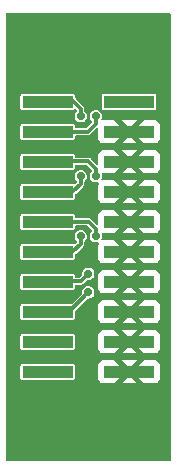
<source format=gbr>
%TF.GenerationSoftware,KiCad,Pcbnew,7.0.7-dirty*%
%TF.CreationDate,2023-09-27T11:30:23-05:00*%
%TF.ProjectId,BBB_JTAG_CTI20_SMT_ARM20_SMT,4242425f-4a54-4414-975f-43544932305f,rev?*%
%TF.SameCoordinates,Original*%
%TF.FileFunction,Copper,L1,Top*%
%TF.FilePolarity,Positive*%
%FSLAX46Y46*%
G04 Gerber Fmt 4.6, Leading zero omitted, Abs format (unit mm)*
G04 Created by KiCad (PCBNEW 7.0.7-dirty) date 2023-09-27 11:30:23*
%MOMM*%
%LPD*%
G01*
G04 APERTURE LIST*
%TA.AperFunction,SMDPad,CuDef*%
%ADD10R,4.300000X1.020000*%
%TD*%
%TA.AperFunction,ViaPad*%
%ADD11C,0.736600*%
%TD*%
%TA.AperFunction,Conductor*%
%ADD12C,0.304800*%
%TD*%
G04 APERTURE END LIST*
D10*
%TO.P,P2,20*%
%TO.N,GND*%
X151951100Y-116433600D03*
%TO.P,P2,18*%
X151951100Y-113893600D03*
%TO.P,P2,16*%
X151951100Y-111353600D03*
%TO.P,P2,14*%
X151951100Y-108813600D03*
%TO.P,P2,12*%
X151951100Y-106273600D03*
%TO.P,P2,10*%
X151951100Y-103733600D03*
%TO.P,P2,8*%
X151951100Y-101193600D03*
%TO.P,P2,6*%
X151951100Y-98653600D03*
%TO.P,P2,4*%
X151951100Y-96113600D03*
%TO.P,P2,2*%
%TO.N,N/C*%
X151951100Y-93573600D03*
%TO.P,P2,19*%
X145051100Y-116433600D03*
%TO.P,P2,17*%
X145051100Y-113893600D03*
%TO.P,P2,15*%
%TO.N,SRST_N*%
X145051100Y-111353600D03*
%TO.P,P2,13*%
%TO.N,TDO*%
X145051100Y-108813600D03*
%TO.P,P2,11*%
%TO.N,RTCK*%
X145051100Y-106273600D03*
%TO.P,P2,9*%
%TO.N,TCK*%
X145051100Y-103733600D03*
%TO.P,P2,7*%
%TO.N,TMS*%
X145051100Y-101193600D03*
%TO.P,P2,5*%
%TO.N,TDI*%
X145051100Y-98653600D03*
%TO.P,P2,3*%
%TO.N,TRST_N*%
X145051100Y-96113600D03*
%TO.P,P2,1*%
%TO.N,VDD*%
X145051100Y-93573600D03*
%TD*%
D11*
%TO.N,GND*%
X148486100Y-116383600D03*
X148486100Y-113843600D03*
X148486100Y-111303600D03*
%TO.N,TRST_N*%
X149121100Y-94793600D03*
%TO.N,SRST_N*%
X148486100Y-109716100D03*
%TO.N,TCK*%
X149121100Y-104953600D03*
%TO.N,RTCK*%
X147851100Y-104953600D03*
%TO.N,TDO*%
X148486100Y-108128600D03*
%TO.N,VDD*%
X147851100Y-94793600D03*
%TO.N,TDI*%
X149121100Y-99873600D03*
%TO.N,TMS*%
X147851100Y-99873600D03*
%TD*%
D12*
%TO.N,TRST_N*%
X149121100Y-95428600D02*
X149121100Y-94793600D01*
X148436100Y-96113600D02*
X149121100Y-95428600D01*
X145051100Y-96113600D02*
X148436100Y-96113600D01*
%TO.N,SRST_N*%
X146848600Y-111353600D02*
X148486100Y-109716100D01*
X145051100Y-111353600D02*
X146848600Y-111353600D01*
%TO.N,TCK*%
X149121100Y-104318600D02*
X149121100Y-104953600D01*
X148536100Y-103733600D02*
X149121100Y-104318600D01*
X145051100Y-103733600D02*
X148536100Y-103733600D01*
%TO.N,RTCK*%
X145101100Y-106223600D02*
X145051100Y-106273600D01*
X147216100Y-106223600D02*
X145101100Y-106223600D01*
X147851100Y-105588600D02*
X147216100Y-106223600D01*
X147851100Y-104953600D02*
X147851100Y-105588600D01*
%TO.N,TDO*%
X145101100Y-108763600D02*
X145051100Y-108813600D01*
X147851100Y-108763600D02*
X145101100Y-108763600D01*
X148486100Y-108128600D02*
X147851100Y-108763600D01*
%TO.N,VDD*%
X145101100Y-93523600D02*
X145051100Y-93573600D01*
X147216100Y-93523600D02*
X145101100Y-93523600D01*
X147851100Y-94158600D02*
X147216100Y-93523600D01*
X147851100Y-94793600D02*
X147851100Y-94158600D01*
%TO.N,TDI*%
X145101100Y-98603600D02*
X145051100Y-98653600D01*
X148486100Y-98603600D02*
X145101100Y-98603600D01*
X149121100Y-99238600D02*
X148486100Y-98603600D01*
X149121100Y-99873600D02*
X149121100Y-99238600D01*
%TO.N,TMS*%
X145101100Y-101143600D02*
X145051100Y-101193600D01*
X147216100Y-101143600D02*
X145101100Y-101143600D01*
X147851100Y-100508600D02*
X147216100Y-101143600D01*
X147851100Y-99873600D02*
X147851100Y-100508600D01*
%TD*%
%TA.AperFunction,Conductor*%
%TO.N,GND*%
G36*
X155434131Y-86048313D02*
G01*
X155470676Y-86098613D01*
X155475600Y-86129700D01*
X155475600Y-123877500D01*
X155456387Y-123936631D01*
X155406087Y-123973176D01*
X155375000Y-123978100D01*
X141627200Y-123978100D01*
X141568069Y-123958887D01*
X141531524Y-123908587D01*
X141526600Y-123877500D01*
X141526600Y-116958655D01*
X142748200Y-116958655D01*
X142757071Y-117003257D01*
X142757073Y-117003261D01*
X142790864Y-117053832D01*
X142790865Y-117053833D01*
X142790866Y-117053834D01*
X142841442Y-117087628D01*
X142886043Y-117096500D01*
X147216156Y-117096499D01*
X147260758Y-117087628D01*
X147311334Y-117053834D01*
X147345128Y-117003258D01*
X147346062Y-116998563D01*
X149344700Y-116998563D01*
X149347592Y-117029408D01*
X149393031Y-117159269D01*
X149474731Y-117269968D01*
X149585430Y-117351668D01*
X149715292Y-117397107D01*
X149715291Y-117397107D01*
X149746137Y-117400000D01*
X150661977Y-117400000D01*
X151307424Y-117400000D01*
X152594776Y-117400000D01*
X151951100Y-116756324D01*
X151307424Y-117400000D01*
X150661977Y-117400000D01*
X151628376Y-116433599D01*
X152273823Y-116433599D01*
X153240223Y-117400000D01*
X154156063Y-117400000D01*
X154186908Y-117397107D01*
X154316769Y-117351668D01*
X154427468Y-117269968D01*
X154509168Y-117159269D01*
X154554607Y-117029408D01*
X154557500Y-116998563D01*
X154557500Y-115868636D01*
X154554607Y-115837791D01*
X154509168Y-115707930D01*
X154427468Y-115597231D01*
X154316769Y-115515531D01*
X154186907Y-115470092D01*
X154186908Y-115470092D01*
X154156063Y-115467200D01*
X153240223Y-115467200D01*
X152273823Y-116433599D01*
X151628376Y-116433599D01*
X151628376Y-116433598D01*
X150661977Y-115467200D01*
X151307424Y-115467200D01*
X151951100Y-116110876D01*
X152594776Y-115467200D01*
X151307424Y-115467200D01*
X150661977Y-115467200D01*
X149746137Y-115467200D01*
X149715291Y-115470092D01*
X149585430Y-115515531D01*
X149474731Y-115597231D01*
X149393031Y-115707930D01*
X149347592Y-115837791D01*
X149344700Y-115868636D01*
X149344700Y-116998563D01*
X147346062Y-116998563D01*
X147354000Y-116958657D01*
X147353999Y-115908544D01*
X147345128Y-115863942D01*
X147345126Y-115863938D01*
X147311335Y-115813367D01*
X147311333Y-115813365D01*
X147260757Y-115779571D01*
X147225027Y-115772464D01*
X147216157Y-115770700D01*
X147216156Y-115770700D01*
X142886044Y-115770700D01*
X142841442Y-115779571D01*
X142841438Y-115779573D01*
X142790867Y-115813364D01*
X142790865Y-115813366D01*
X142757071Y-115863942D01*
X142748200Y-115908543D01*
X142748200Y-116958655D01*
X141526600Y-116958655D01*
X141526600Y-114418655D01*
X142748200Y-114418655D01*
X142757071Y-114463257D01*
X142757073Y-114463261D01*
X142790864Y-114513832D01*
X142790865Y-114513833D01*
X142790866Y-114513834D01*
X142841442Y-114547628D01*
X142886043Y-114556500D01*
X147216156Y-114556499D01*
X147260758Y-114547628D01*
X147311334Y-114513834D01*
X147345128Y-114463258D01*
X147346062Y-114458563D01*
X149344700Y-114458563D01*
X149347592Y-114489408D01*
X149393031Y-114619269D01*
X149474731Y-114729968D01*
X149585430Y-114811668D01*
X149715292Y-114857107D01*
X149715291Y-114857107D01*
X149746137Y-114860000D01*
X150661977Y-114860000D01*
X151307424Y-114860000D01*
X152594776Y-114860000D01*
X151951100Y-114216324D01*
X151307424Y-114860000D01*
X150661977Y-114860000D01*
X151628376Y-113893599D01*
X152273823Y-113893599D01*
X153240223Y-114860000D01*
X154156063Y-114860000D01*
X154186908Y-114857107D01*
X154316769Y-114811668D01*
X154427468Y-114729968D01*
X154509168Y-114619269D01*
X154554607Y-114489408D01*
X154557500Y-114458563D01*
X154557500Y-113328636D01*
X154554607Y-113297791D01*
X154509168Y-113167930D01*
X154427468Y-113057231D01*
X154316769Y-112975531D01*
X154186907Y-112930092D01*
X154186908Y-112930092D01*
X154156063Y-112927200D01*
X153240223Y-112927200D01*
X152273823Y-113893599D01*
X151628376Y-113893599D01*
X151628376Y-113893598D01*
X150661977Y-112927200D01*
X151307424Y-112927200D01*
X151951100Y-113570876D01*
X152594776Y-112927200D01*
X151307424Y-112927200D01*
X150661977Y-112927200D01*
X149746137Y-112927200D01*
X149715291Y-112930092D01*
X149585430Y-112975531D01*
X149474731Y-113057231D01*
X149393031Y-113167930D01*
X149347592Y-113297791D01*
X149344700Y-113328636D01*
X149344700Y-114458563D01*
X147346062Y-114458563D01*
X147354000Y-114418657D01*
X147353999Y-113368544D01*
X147345128Y-113323942D01*
X147345126Y-113323938D01*
X147311335Y-113273367D01*
X147311333Y-113273365D01*
X147260757Y-113239571D01*
X147225027Y-113232464D01*
X147216157Y-113230700D01*
X147216156Y-113230700D01*
X142886044Y-113230700D01*
X142841442Y-113239571D01*
X142841438Y-113239573D01*
X142790867Y-113273364D01*
X142790865Y-113273366D01*
X142757071Y-113323942D01*
X142748200Y-113368543D01*
X142748200Y-114418655D01*
X141526600Y-114418655D01*
X141526600Y-111878655D01*
X142748200Y-111878655D01*
X142757071Y-111923257D01*
X142757073Y-111923261D01*
X142790864Y-111973832D01*
X142790865Y-111973833D01*
X142790866Y-111973834D01*
X142841442Y-112007628D01*
X142886043Y-112016500D01*
X147216156Y-112016499D01*
X147260758Y-112007628D01*
X147311334Y-111973834D01*
X147345128Y-111923258D01*
X147346062Y-111918563D01*
X149344700Y-111918563D01*
X149347592Y-111949408D01*
X149393031Y-112079269D01*
X149474731Y-112189968D01*
X149585430Y-112271668D01*
X149715292Y-112317107D01*
X149715291Y-112317107D01*
X149746137Y-112320000D01*
X150661977Y-112320000D01*
X151307424Y-112320000D01*
X152594776Y-112320000D01*
X151951100Y-111676324D01*
X151307424Y-112320000D01*
X150661977Y-112320000D01*
X151628376Y-111353599D01*
X152273823Y-111353599D01*
X153240223Y-112320000D01*
X154156063Y-112320000D01*
X154186908Y-112317107D01*
X154316769Y-112271668D01*
X154427468Y-112189968D01*
X154509168Y-112079269D01*
X154554607Y-111949408D01*
X154557500Y-111918563D01*
X154557500Y-110788636D01*
X154554607Y-110757791D01*
X154509168Y-110627930D01*
X154427468Y-110517231D01*
X154316769Y-110435531D01*
X154186907Y-110390092D01*
X154186908Y-110390092D01*
X154156063Y-110387200D01*
X153240223Y-110387200D01*
X152273823Y-111353599D01*
X151628376Y-111353599D01*
X151628376Y-111353598D01*
X150661977Y-110387200D01*
X151307424Y-110387200D01*
X151951100Y-111030876D01*
X152594776Y-110387200D01*
X151307424Y-110387200D01*
X150661977Y-110387200D01*
X149746137Y-110387200D01*
X149715291Y-110390092D01*
X149585430Y-110435531D01*
X149474731Y-110517231D01*
X149393031Y-110627930D01*
X149347592Y-110757791D01*
X149344700Y-110788636D01*
X149344700Y-111918563D01*
X147346062Y-111918563D01*
X147354000Y-111878657D01*
X147353999Y-111321627D01*
X147373212Y-111262497D01*
X147383458Y-111250499D01*
X148368011Y-110265946D01*
X148423407Y-110237722D01*
X148452276Y-110237344D01*
X148486098Y-110241797D01*
X148486100Y-110241797D01*
X148486103Y-110241797D01*
X148588144Y-110228362D01*
X148622160Y-110223884D01*
X148748949Y-110171367D01*
X148857824Y-110087824D01*
X148941367Y-109978949D01*
X148993884Y-109852160D01*
X149007344Y-109749923D01*
X149011797Y-109716102D01*
X149011797Y-109716097D01*
X148993884Y-109580040D01*
X148941369Y-109453256D01*
X148941368Y-109453254D01*
X148941367Y-109453253D01*
X148941367Y-109453252D01*
X148884056Y-109378563D01*
X149344700Y-109378563D01*
X149347592Y-109409408D01*
X149393031Y-109539269D01*
X149474731Y-109649968D01*
X149585430Y-109731668D01*
X149715292Y-109777107D01*
X149715291Y-109777107D01*
X149746137Y-109780000D01*
X150661977Y-109780000D01*
X151307424Y-109780000D01*
X152594776Y-109780000D01*
X151951100Y-109136324D01*
X151307424Y-109780000D01*
X150661977Y-109780000D01*
X151628376Y-108813599D01*
X152273823Y-108813599D01*
X153240223Y-109780000D01*
X154156063Y-109780000D01*
X154186908Y-109777107D01*
X154316769Y-109731668D01*
X154427468Y-109649968D01*
X154509168Y-109539269D01*
X154554607Y-109409408D01*
X154557500Y-109378563D01*
X154557500Y-108248636D01*
X154554607Y-108217791D01*
X154509168Y-108087930D01*
X154427468Y-107977231D01*
X154316769Y-107895531D01*
X154186907Y-107850092D01*
X154186908Y-107850092D01*
X154156063Y-107847200D01*
X153240223Y-107847200D01*
X152273823Y-108813599D01*
X151628376Y-108813599D01*
X151628376Y-108813598D01*
X150661977Y-107847200D01*
X151307424Y-107847200D01*
X151951100Y-108490876D01*
X152594776Y-107847200D01*
X151307424Y-107847200D01*
X150661977Y-107847200D01*
X149746137Y-107847200D01*
X149715291Y-107850092D01*
X149585430Y-107895531D01*
X149474731Y-107977231D01*
X149393031Y-108087930D01*
X149347592Y-108217791D01*
X149344700Y-108248636D01*
X149344700Y-109378563D01*
X148884056Y-109378563D01*
X148857824Y-109344376D01*
X148857823Y-109344375D01*
X148857821Y-109344373D01*
X148748951Y-109260834D01*
X148748947Y-109260832D01*
X148622159Y-109208315D01*
X148486103Y-109190403D01*
X148486097Y-109190403D01*
X148350040Y-109208315D01*
X148223256Y-109260830D01*
X148223249Y-109260834D01*
X148114379Y-109344373D01*
X148114373Y-109344379D01*
X148030834Y-109453249D01*
X148030830Y-109453256D01*
X147978315Y-109580040D01*
X147960403Y-109716096D01*
X147960403Y-109716097D01*
X147960403Y-109716100D01*
X147962453Y-109731668D01*
X147964856Y-109749923D01*
X147953524Y-109811056D01*
X147936251Y-109834188D01*
X147109204Y-110661235D01*
X147053806Y-110689461D01*
X147038069Y-110690700D01*
X142886044Y-110690700D01*
X142841442Y-110699571D01*
X142841438Y-110699573D01*
X142790867Y-110733364D01*
X142790865Y-110733366D01*
X142757071Y-110783942D01*
X142748200Y-110828543D01*
X142748200Y-111878655D01*
X141526600Y-111878655D01*
X141526600Y-109338655D01*
X142748200Y-109338655D01*
X142757071Y-109383257D01*
X142757073Y-109383261D01*
X142790864Y-109433832D01*
X142790865Y-109433833D01*
X142790866Y-109433834D01*
X142841442Y-109467628D01*
X142886043Y-109476500D01*
X147216156Y-109476499D01*
X147260758Y-109467628D01*
X147311334Y-109433834D01*
X147345128Y-109383258D01*
X147354000Y-109338657D01*
X147354000Y-109169500D01*
X147373213Y-109110369D01*
X147423513Y-109073824D01*
X147454600Y-109068900D01*
X147784889Y-109068900D01*
X147798785Y-109071167D01*
X147798959Y-109069922D01*
X147808185Y-109071208D01*
X147808190Y-109071210D01*
X147837638Y-109069848D01*
X147856996Y-109068954D01*
X147859319Y-109068900D01*
X147879384Y-109068900D01*
X147879389Y-109068900D01*
X147882937Y-109068236D01*
X147889848Y-109067434D01*
X147922209Y-109065938D01*
X147931335Y-109061908D01*
X147953487Y-109055048D01*
X147963297Y-109053215D01*
X147990835Y-109036162D01*
X147996994Y-109032915D01*
X148026625Y-109019834D01*
X148033679Y-109012778D01*
X148051859Y-108998378D01*
X148060342Y-108993127D01*
X148079864Y-108967273D01*
X148084434Y-108962024D01*
X148084433Y-108962024D01*
X148368011Y-108678446D01*
X148423407Y-108650222D01*
X148452276Y-108649844D01*
X148486098Y-108654297D01*
X148486100Y-108654297D01*
X148486103Y-108654297D01*
X148588145Y-108640862D01*
X148622160Y-108636384D01*
X148748949Y-108583867D01*
X148857824Y-108500324D01*
X148941367Y-108391449D01*
X148993884Y-108264660D01*
X149003270Y-108193365D01*
X149011797Y-108128602D01*
X149011797Y-108128597D01*
X148993884Y-107992540D01*
X148941369Y-107865756D01*
X148941368Y-107865754D01*
X148941367Y-107865753D01*
X148941367Y-107865752D01*
X148857824Y-107756876D01*
X148857823Y-107756875D01*
X148857821Y-107756873D01*
X148748951Y-107673334D01*
X148748947Y-107673332D01*
X148622159Y-107620815D01*
X148486103Y-107602903D01*
X148486097Y-107602903D01*
X148350040Y-107620815D01*
X148223256Y-107673330D01*
X148223249Y-107673334D01*
X148114379Y-107756873D01*
X148114373Y-107756879D01*
X148030834Y-107865749D01*
X148030830Y-107865756D01*
X147978315Y-107992540D01*
X147960403Y-108128597D01*
X147960403Y-108128603D01*
X147964855Y-108162422D01*
X147953525Y-108223555D01*
X147936252Y-108246686D01*
X147754107Y-108428834D01*
X147698709Y-108457061D01*
X147682971Y-108458300D01*
X147454599Y-108458300D01*
X147395468Y-108439087D01*
X147358923Y-108388787D01*
X147353999Y-108357700D01*
X147353999Y-108288544D01*
X147345128Y-108243942D01*
X147345126Y-108243938D01*
X147311335Y-108193367D01*
X147311333Y-108193365D01*
X147260757Y-108159571D01*
X147225027Y-108152464D01*
X147216157Y-108150700D01*
X147216156Y-108150700D01*
X142886044Y-108150700D01*
X142841442Y-108159571D01*
X142841438Y-108159573D01*
X142790867Y-108193364D01*
X142790865Y-108193366D01*
X142757071Y-108243942D01*
X142748200Y-108288543D01*
X142748200Y-109338655D01*
X141526600Y-109338655D01*
X141526600Y-106798655D01*
X142748200Y-106798655D01*
X142757071Y-106843257D01*
X142757073Y-106843261D01*
X142790864Y-106893832D01*
X142790865Y-106893833D01*
X142790866Y-106893834D01*
X142841442Y-106927628D01*
X142886043Y-106936500D01*
X147216156Y-106936499D01*
X147260758Y-106927628D01*
X147311334Y-106893834D01*
X147345128Y-106843258D01*
X147354000Y-106798657D01*
X147353999Y-106558634D01*
X147373212Y-106499504D01*
X147385833Y-106487233D01*
X147385030Y-106486430D01*
X147392037Y-106479421D01*
X147398679Y-106472778D01*
X147416859Y-106458378D01*
X147425342Y-106453127D01*
X147444864Y-106427273D01*
X147449434Y-106422024D01*
X147597860Y-106273598D01*
X148020159Y-105851298D01*
X148031599Y-105843095D01*
X148030829Y-105842075D01*
X148038269Y-105836456D01*
X148038269Y-105836455D01*
X148038271Y-105836455D01*
X148071207Y-105800324D01*
X148072768Y-105798689D01*
X148086983Y-105784476D01*
X148089020Y-105781500D01*
X148093345Y-105776041D01*
X148115165Y-105752106D01*
X148115164Y-105752106D01*
X148115167Y-105752104D01*
X148118772Y-105742796D01*
X148129584Y-105722285D01*
X148135224Y-105714053D01*
X148142640Y-105682520D01*
X148144696Y-105675879D01*
X148156400Y-105645670D01*
X148156400Y-105635690D01*
X148159072Y-105612657D01*
X148159532Y-105610700D01*
X148161357Y-105602943D01*
X148156882Y-105570868D01*
X148156400Y-105563913D01*
X148156400Y-105425903D01*
X148175613Y-105366772D01*
X148195756Y-105346093D01*
X148222824Y-105325324D01*
X148306367Y-105216449D01*
X148358884Y-105089660D01*
X148376797Y-104953600D01*
X148358884Y-104817540D01*
X148331461Y-104751334D01*
X148306369Y-104690756D01*
X148306368Y-104690754D01*
X148306367Y-104690753D01*
X148306367Y-104690752D01*
X148222824Y-104581876D01*
X148222823Y-104581875D01*
X148222821Y-104581873D01*
X148113951Y-104498334D01*
X148113947Y-104498332D01*
X147987159Y-104445815D01*
X147851103Y-104427903D01*
X147851097Y-104427903D01*
X147715040Y-104445815D01*
X147588256Y-104498330D01*
X147588249Y-104498334D01*
X147479379Y-104581873D01*
X147479373Y-104581879D01*
X147395834Y-104690749D01*
X147395830Y-104690756D01*
X147343315Y-104817540D01*
X147325403Y-104953597D01*
X147325403Y-104953602D01*
X147343315Y-105089659D01*
X147395832Y-105216447D01*
X147395834Y-105216451D01*
X147479373Y-105325321D01*
X147479375Y-105325323D01*
X147503367Y-105343733D01*
X147538582Y-105394972D01*
X147536955Y-105457125D01*
X147513260Y-105494679D01*
X147395632Y-105612306D01*
X147340234Y-105640533D01*
X147278825Y-105630806D01*
X147268612Y-105624820D01*
X147260758Y-105619572D01*
X147260757Y-105619571D01*
X147260756Y-105619571D01*
X147225995Y-105612657D01*
X147216157Y-105610700D01*
X147216156Y-105610700D01*
X142886044Y-105610700D01*
X142841442Y-105619571D01*
X142841438Y-105619573D01*
X142790867Y-105653364D01*
X142790865Y-105653366D01*
X142757071Y-105703942D01*
X142748200Y-105748543D01*
X142748200Y-106798655D01*
X141526600Y-106798655D01*
X141526600Y-104258655D01*
X142748200Y-104258655D01*
X142757071Y-104303257D01*
X142757073Y-104303261D01*
X142790864Y-104353832D01*
X142790865Y-104353833D01*
X142790866Y-104353834D01*
X142841442Y-104387628D01*
X142886043Y-104396500D01*
X147216156Y-104396499D01*
X147260758Y-104387628D01*
X147311334Y-104353834D01*
X147345128Y-104303258D01*
X147354000Y-104258657D01*
X147354000Y-104139499D01*
X147373213Y-104080369D01*
X147423513Y-104043824D01*
X147454600Y-104038900D01*
X148367971Y-104038900D01*
X148427102Y-104058113D01*
X148439106Y-104068365D01*
X148783261Y-104412520D01*
X148811487Y-104467918D01*
X148801761Y-104529326D01*
X148773368Y-104563466D01*
X148749376Y-104581875D01*
X148665831Y-104690754D01*
X148665830Y-104690756D01*
X148613315Y-104817540D01*
X148595403Y-104953597D01*
X148595403Y-104953602D01*
X148613315Y-105089659D01*
X148665832Y-105216447D01*
X148665834Y-105216451D01*
X148749373Y-105325321D01*
X148749378Y-105325326D01*
X148858248Y-105408865D01*
X148858251Y-105408867D01*
X148926729Y-105437231D01*
X148985040Y-105461384D01*
X149121097Y-105479297D01*
X149121100Y-105479297D01*
X149121103Y-105479297D01*
X149263697Y-105460524D01*
X149263878Y-105461903D01*
X149318723Y-105464770D01*
X149367046Y-105503890D01*
X149383147Y-105563944D01*
X149377639Y-105591917D01*
X149347593Y-105677788D01*
X149347592Y-105677791D01*
X149344700Y-105708636D01*
X149344700Y-106838563D01*
X149347592Y-106869408D01*
X149393031Y-106999269D01*
X149474731Y-107109968D01*
X149585430Y-107191668D01*
X149715292Y-107237107D01*
X149715291Y-107237107D01*
X149746137Y-107240000D01*
X150661977Y-107240000D01*
X151307424Y-107240000D01*
X152594776Y-107240000D01*
X151951100Y-106596324D01*
X151307424Y-107240000D01*
X150661977Y-107240000D01*
X151628376Y-106273599D01*
X152273823Y-106273599D01*
X153240223Y-107240000D01*
X154156063Y-107240000D01*
X154186908Y-107237107D01*
X154316769Y-107191668D01*
X154427468Y-107109968D01*
X154509168Y-106999269D01*
X154554607Y-106869408D01*
X154557500Y-106838563D01*
X154557500Y-105708636D01*
X154554607Y-105677791D01*
X154509168Y-105547930D01*
X154427468Y-105437231D01*
X154316769Y-105355531D01*
X154186907Y-105310092D01*
X154186908Y-105310092D01*
X154156063Y-105307200D01*
X153240223Y-105307200D01*
X152273823Y-106273599D01*
X151628376Y-106273599D01*
X151628376Y-106273598D01*
X150661977Y-105307200D01*
X151307424Y-105307200D01*
X151951100Y-105950876D01*
X152594776Y-105307200D01*
X151307424Y-105307200D01*
X150661977Y-105307200D01*
X149746137Y-105307200D01*
X149715291Y-105310092D01*
X149709316Y-105311398D01*
X149708751Y-105308815D01*
X149657472Y-105309952D01*
X149606375Y-105274531D01*
X149585856Y-105215840D01*
X149593489Y-105175112D01*
X149628884Y-105089659D01*
X149646797Y-104953602D01*
X149646797Y-104953598D01*
X149628216Y-104812468D01*
X149639546Y-104751334D01*
X149684645Y-104708536D01*
X149737355Y-104699176D01*
X149746135Y-104700000D01*
X150661977Y-104700000D01*
X151307424Y-104700000D01*
X152594776Y-104700000D01*
X151951100Y-104056324D01*
X151307424Y-104700000D01*
X150661977Y-104700000D01*
X151628375Y-103733600D01*
X152273823Y-103733600D01*
X153240223Y-104700000D01*
X154156063Y-104700000D01*
X154186908Y-104697107D01*
X154316769Y-104651668D01*
X154427468Y-104569968D01*
X154509168Y-104459269D01*
X154554607Y-104329408D01*
X154557500Y-104298563D01*
X154557500Y-103168636D01*
X154554607Y-103137791D01*
X154509168Y-103007930D01*
X154427468Y-102897231D01*
X154316769Y-102815531D01*
X154186907Y-102770092D01*
X154186908Y-102770092D01*
X154156063Y-102767200D01*
X153240223Y-102767200D01*
X152273823Y-103733600D01*
X151628375Y-103733600D01*
X151628376Y-103733599D01*
X150661977Y-102767200D01*
X151307424Y-102767200D01*
X151951100Y-103410876D01*
X152594776Y-102767200D01*
X151307424Y-102767200D01*
X150661977Y-102767200D01*
X149746137Y-102767200D01*
X149715291Y-102770092D01*
X149585430Y-102815531D01*
X149474731Y-102897231D01*
X149393031Y-103007930D01*
X149347592Y-103137791D01*
X149344700Y-103168636D01*
X149344700Y-103867570D01*
X149325487Y-103926701D01*
X149275187Y-103963246D01*
X149213013Y-103963246D01*
X149172965Y-103938705D01*
X148798799Y-103564540D01*
X148790580Y-103553107D01*
X148789573Y-103553869D01*
X148783953Y-103546427D01*
X148747850Y-103513515D01*
X148746169Y-103511910D01*
X148731975Y-103497716D01*
X148729001Y-103495679D01*
X148723542Y-103491355D01*
X148699604Y-103469533D01*
X148699602Y-103469532D01*
X148690297Y-103465927D01*
X148669787Y-103455116D01*
X148661553Y-103449476D01*
X148630028Y-103442061D01*
X148623366Y-103439998D01*
X148619210Y-103438388D01*
X148593170Y-103428300D01*
X148593169Y-103428300D01*
X148583191Y-103428300D01*
X148560159Y-103425628D01*
X148550444Y-103423343D01*
X148550443Y-103423343D01*
X148538292Y-103425038D01*
X148518370Y-103427817D01*
X148511416Y-103428300D01*
X147454599Y-103428300D01*
X147395468Y-103409087D01*
X147358923Y-103358787D01*
X147353999Y-103327700D01*
X147353999Y-103208544D01*
X147345128Y-103163942D01*
X147345126Y-103163938D01*
X147311335Y-103113367D01*
X147311333Y-103113365D01*
X147260757Y-103079571D01*
X147225027Y-103072464D01*
X147216157Y-103070700D01*
X147216156Y-103070700D01*
X142886044Y-103070700D01*
X142841442Y-103079571D01*
X142841438Y-103079573D01*
X142790867Y-103113364D01*
X142790865Y-103113366D01*
X142757071Y-103163942D01*
X142748200Y-103208543D01*
X142748200Y-104258655D01*
X141526600Y-104258655D01*
X141526600Y-101718655D01*
X142748200Y-101718655D01*
X142757071Y-101763257D01*
X142757073Y-101763261D01*
X142790864Y-101813832D01*
X142790865Y-101813833D01*
X142790866Y-101813834D01*
X142841442Y-101847628D01*
X142886043Y-101856500D01*
X147216156Y-101856499D01*
X147260758Y-101847628D01*
X147311334Y-101813834D01*
X147345128Y-101763258D01*
X147354000Y-101718657D01*
X147353999Y-101478634D01*
X147373212Y-101419504D01*
X147385833Y-101407233D01*
X147385030Y-101406430D01*
X147392037Y-101399421D01*
X147398679Y-101392778D01*
X147416859Y-101378378D01*
X147425342Y-101373127D01*
X147444864Y-101347273D01*
X147449434Y-101342024D01*
X147597860Y-101193598D01*
X148020159Y-100771298D01*
X148031599Y-100763095D01*
X148030829Y-100762075D01*
X148038269Y-100756456D01*
X148038269Y-100756455D01*
X148038271Y-100756455D01*
X148071207Y-100720324D01*
X148072768Y-100718689D01*
X148086983Y-100704476D01*
X148089020Y-100701500D01*
X148093345Y-100696041D01*
X148115165Y-100672106D01*
X148115164Y-100672106D01*
X148115167Y-100672104D01*
X148118772Y-100662796D01*
X148129584Y-100642285D01*
X148135224Y-100634053D01*
X148142640Y-100602520D01*
X148144696Y-100595879D01*
X148156400Y-100565670D01*
X148156400Y-100555690D01*
X148159072Y-100532657D01*
X148159532Y-100530700D01*
X148161357Y-100522943D01*
X148156882Y-100490868D01*
X148156400Y-100483913D01*
X148156400Y-100345903D01*
X148175613Y-100286772D01*
X148195756Y-100266093D01*
X148222824Y-100245324D01*
X148306367Y-100136449D01*
X148358884Y-100009660D01*
X148376797Y-99873600D01*
X148358884Y-99737540D01*
X148331461Y-99671334D01*
X148306369Y-99610756D01*
X148306368Y-99610754D01*
X148306367Y-99610753D01*
X148306367Y-99610752D01*
X148222824Y-99501876D01*
X148222823Y-99501875D01*
X148222821Y-99501873D01*
X148113951Y-99418334D01*
X148113947Y-99418332D01*
X147987159Y-99365815D01*
X147851103Y-99347903D01*
X147851097Y-99347903D01*
X147715040Y-99365815D01*
X147588256Y-99418330D01*
X147588249Y-99418334D01*
X147479379Y-99501873D01*
X147479373Y-99501879D01*
X147395834Y-99610749D01*
X147395830Y-99610756D01*
X147343315Y-99737540D01*
X147325403Y-99873597D01*
X147325403Y-99873602D01*
X147343315Y-100009659D01*
X147395832Y-100136447D01*
X147395834Y-100136451D01*
X147479373Y-100245321D01*
X147479375Y-100245323D01*
X147503367Y-100263733D01*
X147538582Y-100314972D01*
X147536955Y-100377125D01*
X147513260Y-100414679D01*
X147395632Y-100532306D01*
X147340234Y-100560533D01*
X147278825Y-100550806D01*
X147268612Y-100544820D01*
X147260758Y-100539572D01*
X147260757Y-100539571D01*
X147260756Y-100539571D01*
X147225995Y-100532657D01*
X147216157Y-100530700D01*
X147216156Y-100530700D01*
X142886044Y-100530700D01*
X142841442Y-100539571D01*
X142841438Y-100539573D01*
X142790867Y-100573364D01*
X142790865Y-100573366D01*
X142757071Y-100623942D01*
X142748200Y-100668543D01*
X142748200Y-101718655D01*
X141526600Y-101718655D01*
X141526600Y-99178655D01*
X142748200Y-99178655D01*
X142757071Y-99223257D01*
X142757073Y-99223261D01*
X142790864Y-99273832D01*
X142790865Y-99273833D01*
X142790866Y-99273834D01*
X142841442Y-99307628D01*
X142886043Y-99316500D01*
X147216156Y-99316499D01*
X147260758Y-99307628D01*
X147311334Y-99273834D01*
X147345128Y-99223258D01*
X147354000Y-99178657D01*
X147354000Y-99009499D01*
X147373213Y-98950369D01*
X147423513Y-98913824D01*
X147454600Y-98908900D01*
X148317971Y-98908900D01*
X148377102Y-98928113D01*
X148389106Y-98938365D01*
X148783261Y-99332520D01*
X148811487Y-99387918D01*
X148801761Y-99449326D01*
X148773368Y-99483466D01*
X148749376Y-99501875D01*
X148665831Y-99610754D01*
X148665830Y-99610756D01*
X148613315Y-99737540D01*
X148595403Y-99873597D01*
X148595403Y-99873602D01*
X148613315Y-100009659D01*
X148665832Y-100136447D01*
X148665834Y-100136451D01*
X148749373Y-100245321D01*
X148749378Y-100245326D01*
X148858248Y-100328865D01*
X148858251Y-100328867D01*
X148926729Y-100357231D01*
X148985040Y-100381384D01*
X149121097Y-100399297D01*
X149121100Y-100399297D01*
X149121103Y-100399297D01*
X149263697Y-100380524D01*
X149263878Y-100381903D01*
X149318723Y-100384770D01*
X149367046Y-100423890D01*
X149383147Y-100483944D01*
X149377639Y-100511917D01*
X149347593Y-100597788D01*
X149347592Y-100597791D01*
X149344700Y-100628636D01*
X149344700Y-101758563D01*
X149347592Y-101789408D01*
X149393031Y-101919269D01*
X149474731Y-102029968D01*
X149585430Y-102111668D01*
X149715292Y-102157107D01*
X149715291Y-102157107D01*
X149746137Y-102160000D01*
X150661977Y-102160000D01*
X151307424Y-102160000D01*
X152594776Y-102160000D01*
X151951100Y-101516324D01*
X151307424Y-102160000D01*
X150661977Y-102160000D01*
X151628375Y-101193600D01*
X152273823Y-101193600D01*
X153240223Y-102160000D01*
X154156063Y-102160000D01*
X154186908Y-102157107D01*
X154316769Y-102111668D01*
X154427468Y-102029968D01*
X154509168Y-101919269D01*
X154554607Y-101789408D01*
X154557500Y-101758563D01*
X154557500Y-100628636D01*
X154554607Y-100597791D01*
X154509168Y-100467930D01*
X154427468Y-100357231D01*
X154316769Y-100275531D01*
X154186907Y-100230092D01*
X154186908Y-100230092D01*
X154156063Y-100227200D01*
X153240223Y-100227200D01*
X152273823Y-101193600D01*
X151628375Y-101193600D01*
X151628376Y-101193599D01*
X151628376Y-101193598D01*
X150661977Y-100227200D01*
X151307424Y-100227200D01*
X151951100Y-100870876D01*
X152594776Y-100227200D01*
X151307424Y-100227200D01*
X150661977Y-100227200D01*
X149746137Y-100227200D01*
X149715291Y-100230092D01*
X149709316Y-100231398D01*
X149708751Y-100228815D01*
X149657472Y-100229952D01*
X149606375Y-100194531D01*
X149585856Y-100135840D01*
X149593489Y-100095112D01*
X149628884Y-100009659D01*
X149646797Y-99873602D01*
X149646797Y-99873598D01*
X149628216Y-99732468D01*
X149639546Y-99671334D01*
X149684645Y-99628536D01*
X149737355Y-99619176D01*
X149746135Y-99620000D01*
X150661977Y-99620000D01*
X151307424Y-99620000D01*
X152594776Y-99620000D01*
X151951100Y-98976324D01*
X151307424Y-99620000D01*
X150661977Y-99620000D01*
X151628376Y-98653600D01*
X151628376Y-98653599D01*
X152273823Y-98653599D01*
X153240223Y-99620000D01*
X154156063Y-99620000D01*
X154186908Y-99617107D01*
X154316769Y-99571668D01*
X154427468Y-99489968D01*
X154509168Y-99379269D01*
X154554607Y-99249408D01*
X154557500Y-99218563D01*
X154557500Y-98088636D01*
X154554607Y-98057791D01*
X154509168Y-97927930D01*
X154427468Y-97817231D01*
X154316769Y-97735531D01*
X154186907Y-97690092D01*
X154186908Y-97690092D01*
X154156063Y-97687200D01*
X153240223Y-97687200D01*
X152273823Y-98653599D01*
X151628376Y-98653599D01*
X150661977Y-97687200D01*
X151307424Y-97687200D01*
X151951100Y-98330876D01*
X152594776Y-97687200D01*
X151307424Y-97687200D01*
X150661977Y-97687200D01*
X149746137Y-97687200D01*
X149715291Y-97690092D01*
X149585430Y-97735531D01*
X149474731Y-97817231D01*
X149393031Y-97927930D01*
X149347592Y-98057791D01*
X149344700Y-98088636D01*
X149344700Y-98787570D01*
X149325487Y-98846701D01*
X149275187Y-98883246D01*
X149213013Y-98883246D01*
X149172965Y-98858705D01*
X148748799Y-98434540D01*
X148740580Y-98423107D01*
X148739573Y-98423869D01*
X148733953Y-98416427D01*
X148697851Y-98383516D01*
X148696170Y-98381911D01*
X148681975Y-98367716D01*
X148679001Y-98365679D01*
X148673542Y-98361355D01*
X148649604Y-98339533D01*
X148649602Y-98339532D01*
X148640297Y-98335927D01*
X148619787Y-98325116D01*
X148611553Y-98319476D01*
X148580028Y-98312061D01*
X148573366Y-98309998D01*
X148569210Y-98308388D01*
X148543170Y-98298300D01*
X148543169Y-98298300D01*
X148533191Y-98298300D01*
X148510159Y-98295628D01*
X148500444Y-98293343D01*
X148500443Y-98293343D01*
X148488292Y-98295038D01*
X148468370Y-98297817D01*
X148461416Y-98298300D01*
X147454599Y-98298300D01*
X147395468Y-98279087D01*
X147358923Y-98228787D01*
X147353999Y-98197700D01*
X147353999Y-98128544D01*
X147345128Y-98083942D01*
X147345126Y-98083938D01*
X147311335Y-98033367D01*
X147311333Y-98033365D01*
X147260757Y-97999571D01*
X147225027Y-97992464D01*
X147216157Y-97990700D01*
X147216156Y-97990700D01*
X142886044Y-97990700D01*
X142841442Y-97999571D01*
X142841438Y-97999573D01*
X142790867Y-98033364D01*
X142790865Y-98033366D01*
X142757071Y-98083942D01*
X142748200Y-98128543D01*
X142748200Y-99178655D01*
X141526600Y-99178655D01*
X141526600Y-96638655D01*
X142748200Y-96638655D01*
X142757071Y-96683257D01*
X142757073Y-96683261D01*
X142790864Y-96733832D01*
X142790865Y-96733833D01*
X142790866Y-96733834D01*
X142841442Y-96767628D01*
X142886043Y-96776500D01*
X147216156Y-96776499D01*
X147260758Y-96767628D01*
X147311334Y-96733834D01*
X147345128Y-96683258D01*
X147354000Y-96638657D01*
X147354000Y-96519500D01*
X147373213Y-96460369D01*
X147423513Y-96423824D01*
X147454600Y-96418900D01*
X148369889Y-96418900D01*
X148383785Y-96421167D01*
X148383959Y-96419922D01*
X148393185Y-96421208D01*
X148393190Y-96421210D01*
X148422638Y-96419848D01*
X148441996Y-96418954D01*
X148444319Y-96418900D01*
X148464384Y-96418900D01*
X148464389Y-96418900D01*
X148467937Y-96418236D01*
X148474848Y-96417434D01*
X148507209Y-96415938D01*
X148516335Y-96411908D01*
X148538487Y-96405048D01*
X148548297Y-96403215D01*
X148575835Y-96386162D01*
X148581994Y-96382915D01*
X148611625Y-96369834D01*
X148618679Y-96362778D01*
X148636859Y-96348378D01*
X148645342Y-96343127D01*
X148664864Y-96317273D01*
X148669427Y-96312030D01*
X149172966Y-95808492D01*
X149228363Y-95780267D01*
X149289772Y-95789993D01*
X149333735Y-95833957D01*
X149344700Y-95879628D01*
X149344700Y-96678563D01*
X149347592Y-96709408D01*
X149393031Y-96839269D01*
X149474731Y-96949968D01*
X149585430Y-97031668D01*
X149715292Y-97077107D01*
X149715291Y-97077107D01*
X149746137Y-97080000D01*
X150661977Y-97080000D01*
X151307424Y-97080000D01*
X152594776Y-97080000D01*
X151951100Y-96436324D01*
X151307424Y-97080000D01*
X150661977Y-97080000D01*
X151628376Y-96113600D01*
X151628376Y-96113599D01*
X152273823Y-96113599D01*
X153240223Y-97080000D01*
X154156063Y-97080000D01*
X154186908Y-97077107D01*
X154316769Y-97031668D01*
X154427468Y-96949968D01*
X154509168Y-96839269D01*
X154554607Y-96709408D01*
X154557500Y-96678563D01*
X154557500Y-95548636D01*
X154554607Y-95517791D01*
X154509168Y-95387930D01*
X154427468Y-95277231D01*
X154316769Y-95195531D01*
X154186907Y-95150092D01*
X154186908Y-95150092D01*
X154156063Y-95147200D01*
X153240223Y-95147200D01*
X152273823Y-96113599D01*
X151628376Y-96113599D01*
X150661977Y-95147200D01*
X151307424Y-95147200D01*
X151951100Y-95790876D01*
X152594776Y-95147200D01*
X151307424Y-95147200D01*
X150661977Y-95147200D01*
X149746137Y-95147200D01*
X149715291Y-95150092D01*
X149709316Y-95151398D01*
X149708751Y-95148815D01*
X149657472Y-95149952D01*
X149606375Y-95114531D01*
X149585856Y-95055840D01*
X149593489Y-95015112D01*
X149628884Y-94929659D01*
X149646797Y-94793602D01*
X149646797Y-94793597D01*
X149628884Y-94657540D01*
X149576369Y-94530756D01*
X149576368Y-94530754D01*
X149576367Y-94530753D01*
X149576367Y-94530752D01*
X149492824Y-94421876D01*
X149492823Y-94421875D01*
X149492821Y-94421873D01*
X149383951Y-94338334D01*
X149383947Y-94338332D01*
X149257159Y-94285815D01*
X149121103Y-94267903D01*
X149121097Y-94267903D01*
X148985040Y-94285815D01*
X148858256Y-94338330D01*
X148858249Y-94338334D01*
X148749379Y-94421873D01*
X148749373Y-94421879D01*
X148665834Y-94530749D01*
X148665830Y-94530756D01*
X148613315Y-94657540D01*
X148595403Y-94793597D01*
X148595403Y-94793602D01*
X148613315Y-94929659D01*
X148665832Y-95056447D01*
X148665834Y-95056451D01*
X148749373Y-95165321D01*
X148749377Y-95165325D01*
X148773366Y-95183732D01*
X148808583Y-95234971D01*
X148806956Y-95297124D01*
X148783261Y-95334679D01*
X148339106Y-95778835D01*
X148283708Y-95807061D01*
X148267971Y-95808300D01*
X147454599Y-95808300D01*
X147395468Y-95789087D01*
X147358923Y-95738787D01*
X147353999Y-95707700D01*
X147353999Y-95588544D01*
X147345128Y-95543942D01*
X147345126Y-95543938D01*
X147311335Y-95493367D01*
X147311333Y-95493365D01*
X147260757Y-95459571D01*
X147225027Y-95452464D01*
X147216157Y-95450700D01*
X147216156Y-95450700D01*
X142886044Y-95450700D01*
X142841442Y-95459571D01*
X142841438Y-95459573D01*
X142790867Y-95493364D01*
X142790865Y-95493366D01*
X142757071Y-95543942D01*
X142748200Y-95588543D01*
X142748200Y-96638655D01*
X141526600Y-96638655D01*
X141526600Y-94098655D01*
X142748200Y-94098655D01*
X142757071Y-94143257D01*
X142757073Y-94143261D01*
X142790864Y-94193832D01*
X142790865Y-94193833D01*
X142790866Y-94193834D01*
X142841442Y-94227628D01*
X142886043Y-94236500D01*
X147216156Y-94236499D01*
X147260758Y-94227628D01*
X147311334Y-94193834D01*
X147311337Y-94193828D01*
X147311814Y-94193353D01*
X147312827Y-94192836D01*
X147319572Y-94188330D01*
X147320105Y-94189127D01*
X147367210Y-94165123D01*
X147428619Y-94174845D01*
X147454089Y-94193348D01*
X147513261Y-94252520D01*
X147541487Y-94307918D01*
X147531761Y-94369326D01*
X147503368Y-94403466D01*
X147479376Y-94421875D01*
X147395831Y-94530754D01*
X147395830Y-94530756D01*
X147343315Y-94657540D01*
X147325403Y-94793597D01*
X147325403Y-94793602D01*
X147343315Y-94929659D01*
X147395832Y-95056447D01*
X147395834Y-95056451D01*
X147479373Y-95165321D01*
X147479378Y-95165326D01*
X147570141Y-95234971D01*
X147588251Y-95248867D01*
X147656729Y-95277231D01*
X147715040Y-95301384D01*
X147851097Y-95319297D01*
X147851100Y-95319297D01*
X147851103Y-95319297D01*
X147953145Y-95305862D01*
X147987160Y-95301384D01*
X148113949Y-95248867D01*
X148222824Y-95165324D01*
X148306367Y-95056449D01*
X148358884Y-94929660D01*
X148376797Y-94793600D01*
X148358884Y-94657540D01*
X148306367Y-94530752D01*
X148222824Y-94421876D01*
X148195758Y-94401107D01*
X148160542Y-94349867D01*
X148156400Y-94321296D01*
X148156400Y-94224812D01*
X148158667Y-94210916D01*
X148157422Y-94210743D01*
X148158708Y-94201514D01*
X148158710Y-94201510D01*
X148157028Y-94165123D01*
X148156454Y-94152693D01*
X148156400Y-94150371D01*
X148156400Y-94130314D01*
X148156400Y-94130311D01*
X148155737Y-94126764D01*
X148154935Y-94119857D01*
X148153955Y-94098655D01*
X149648200Y-94098655D01*
X149657071Y-94143257D01*
X149657073Y-94143261D01*
X149690864Y-94193832D01*
X149690865Y-94193833D01*
X149690866Y-94193834D01*
X149741442Y-94227628D01*
X149786043Y-94236500D01*
X154116156Y-94236499D01*
X154160758Y-94227628D01*
X154211334Y-94193834D01*
X154245128Y-94143258D01*
X154254000Y-94098657D01*
X154253999Y-93048544D01*
X154245128Y-93003942D01*
X154245126Y-93003938D01*
X154211335Y-92953367D01*
X154211333Y-92953365D01*
X154160757Y-92919571D01*
X154125027Y-92912464D01*
X154116157Y-92910700D01*
X154116156Y-92910700D01*
X149786044Y-92910700D01*
X149741442Y-92919571D01*
X149741438Y-92919573D01*
X149690867Y-92953364D01*
X149690865Y-92953366D01*
X149657071Y-93003942D01*
X149648200Y-93048543D01*
X149648200Y-94098655D01*
X148153955Y-94098655D01*
X148153439Y-94087491D01*
X148149407Y-94078360D01*
X148142547Y-94056207D01*
X148140715Y-94046403D01*
X148123667Y-94018869D01*
X148120415Y-94012699D01*
X148107335Y-93983075D01*
X148100274Y-93976014D01*
X148085876Y-93957836D01*
X148080627Y-93949358D01*
X148054790Y-93929847D01*
X148049529Y-93925269D01*
X147478799Y-93354540D01*
X147470580Y-93343107D01*
X147469573Y-93343869D01*
X147463953Y-93336427D01*
X147427851Y-93303516D01*
X147426170Y-93301911D01*
X147411975Y-93287716D01*
X147409000Y-93285678D01*
X147403540Y-93281353D01*
X147396310Y-93274762D01*
X147386824Y-93266114D01*
X147356070Y-93212079D01*
X147353999Y-93191771D01*
X147353999Y-93048544D01*
X147345128Y-93003942D01*
X147345126Y-93003938D01*
X147311335Y-92953367D01*
X147311333Y-92953365D01*
X147260757Y-92919571D01*
X147225027Y-92912464D01*
X147216157Y-92910700D01*
X147216156Y-92910700D01*
X142886044Y-92910700D01*
X142841442Y-92919571D01*
X142841438Y-92919573D01*
X142790867Y-92953364D01*
X142790865Y-92953366D01*
X142757071Y-93003942D01*
X142748200Y-93048543D01*
X142748200Y-94098655D01*
X141526600Y-94098655D01*
X141526600Y-86129700D01*
X141545813Y-86070569D01*
X141596113Y-86034024D01*
X141627200Y-86029100D01*
X155375000Y-86029100D01*
X155434131Y-86048313D01*
G37*
%TD.AperFunction*%
%TD*%
M02*

</source>
